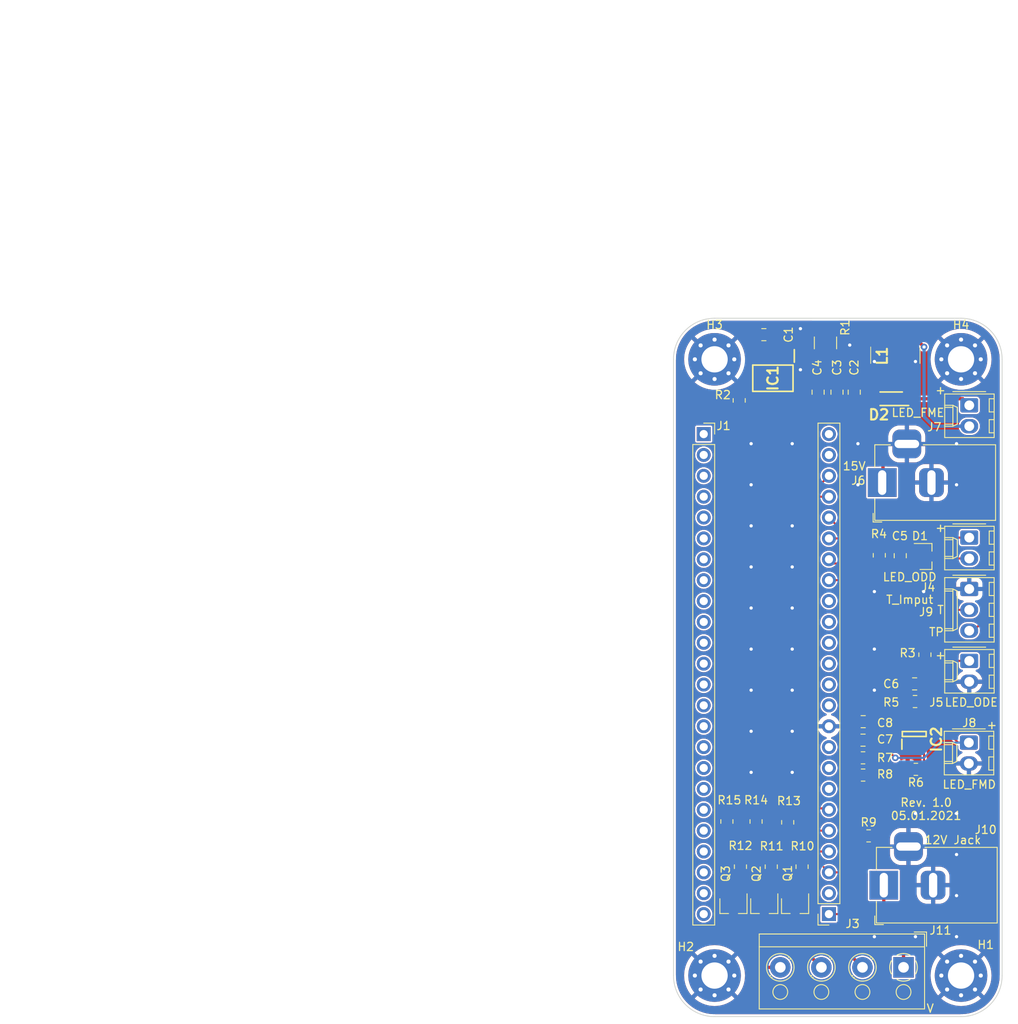
<source format=kicad_pcb>
(kicad_pcb (version 20210424) (generator pcbnew)
  (title_block (title "Phenobottle") (date "2021-05-10") (rev "1.0") (company "Brno Univesity of Technology") (comment 1 "Author: Michal Dvorak") (comment 2 "Updated by: Petr Malaník"))
  (layers (0 "F.Cu" signal) (31 "B.Cu" signal) (34 "B.Paste" user) (35 "F.Paste" user) (36 "B.SilkS" user "B.Silkscreen") (37 "F.SilkS" user "F.Silkscreen") (38 "B.Mask" user) (39 "F.Mask" user) (44 "Edge.Cuts" user))
  (net 0 "")
  (net 1 "/1a1")
  (net 2 "/1a3")
  (net 3 "Brightness")
  (net 4 "Net-(IC1-Pad5)")
  (net 5 "Net-(C1-Pad1)")
  (net 6 "GND")
  (net 7 "Net-(IC1-Pad1)")
  (net 8 "VCC")
  (net 9 "Net-(C7-Pad1)")
  (net 10 "Net-(C6-Pad1)")
  (net 11 "Net-(C7-Pad2)")
  (net 12 "/1a2")
  (net 13 "ODdetect")
  (net 40 "ODePower")
  (net 41 "ODdPower")
  (net 43 "TempPower")
  (net 53 "Temperature")
  (net 54 "Fluro")
  (net 55 "Net-(J5-Pad1)")
  (net 56 "LED_R")
  (net 57 "LED_G")
  (net 58 "LED_B")
  (net 59 "/LEDV")
  (net 60 "/LED1")
  (net 61 "/LED2")
  (net 62 "/LED3")
  (net 63 "Net-(Q1-Pad1)")
  (net 64 "Net-(Q2-Pad1)")
  (net 65 "Net-(Q3-Pad1)")
  (footprint "MountingHole:MountingHole_3.2mm_M3_Pad_Via" (layer "F.Cu") (at 155.55002 69.731515)
    (fp_text reference "H3")
    (fp_text value "MountingHole_Pad")
  )
  (footprint "Resistor_SMD:R_0805_2012Metric_Pad1.20x1.40mm_HandSolder" (layer "F.Cu") (at 157.05002 125.981515 -90)
    (fp_text reference "R15")
    (fp_text value "165R")
  )
  (footprint "Resistor_SMD:R_0805_2012Metric_Pad1.20x1.40mm_HandSolder" (layer "F.Cu") (at 173.63002 120.331515)
    (fp_text reference "R8")
    (fp_text value "47")
  )
  (footprint "Capacitor_SMD:C_0805_2012Metric_Pad1.18x1.45mm_HandSolder" (layer "F.Cu") (at 178.15002 93.631515 -90)
    (fp_text reference "C5")
    (fp_text value "100nf")
  )
  (footprint "SamacSys_Parts:SOT95P280X145-5N" (layer "F.Cu") (at 179.85002 115.331515 90)
    (fp_text reference "IC2")
    (fp_text value "OPA320AIDBVR" hide)
  )
  (footprint "Resistor_SMD:R_0805_2012Metric_Pad1.20x1.40mm_HandSolder" (layer "F.Cu") (at 174.30002 127.731515)
    (fp_text reference "R9")
    (fp_text value "4k7")
  )
  (footprint "Capacitor_SMD:C_0805_2012Metric_Pad1.18x1.45mm_HandSolder" (layer "F.Cu") (at 170.45002 73.731515 90)
    (fp_text reference "C3")
    (fp_text value "100nF")
  )
  (footprint "Capacitor_SMD:C_0805_2012Metric_Pad1.18x1.45mm_HandSolder" (layer "F.Cu") (at 168.15002 73.731515 -90)
    (fp_text reference "C4")
    (fp_text value "DNP")
  )
  (footprint "SamacSys_Parts:NR6045T150M" (layer "F.Cu") (at 177.55002 69.231515 90)
    (fp_text reference "L1")
    (fp_text value "15uH@0.19R" hide)
  )
  (footprint "Resistor_SMD:R_0805_2012Metric_Pad1.20x1.40mm_HandSolder" (layer "F.Cu") (at 160.60002 125.981515 -90)
    (fp_text reference "R14")
    (fp_text value "165R")
  )
  (footprint "Resistor_SMD:R_0805_2012Metric_Pad1.20x1.40mm_HandSolder" (layer "F.Cu") (at 173.62002 118.231515 180)
    (fp_text reference "R7")
    (fp_text value "4.7M")
  )
  (footprint "Capacitor_SMD:C_0805_2012Metric_Pad1.18x1.45mm_HandSolder" (layer "F.Cu") (at 172.55002 73.731515 90)
    (fp_text reference "C2")
    (fp_text value "4.7uF")
  )
  (footprint "Package_TO_SOT_SMD:SC-59_Handsoldering" (layer "F.Cu") (at 161.60002 136.231515 -90)
    (fp_text reference "Q2")
    (fp_text value "DMN1019USN")
  )
  (footprint "Connector_BarrelJack:BarrelJack_Horizontal" (layer "F.Cu") (at 175.95002 84.731515 180)
    (fp_text reference "J6")
    (fp_text value "15V")
  )
  (footprint "Resistor_SMD:R_1210_3225Metric_Pad1.30x2.65mm_HandSolder" (layer "F.Cu") (at 169.05002 67.731515 90)
    (fp_text reference "R1")
    (fp_text value "0.287")
  )
  (footprint "Capacitor_SMD:C_0805_2012Metric_Pad1.18x1.45mm_HandSolder" (layer "F.Cu") (at 161.55002 66.731515)
    (fp_text reference "C1")
    (fp_text value "1uF")
  )
  (footprint "Capacitor_SMD:C_0805_2012Metric_Pad1.18x1.45mm_HandSolder" (layer "F.Cu") (at 179.90002 109.231515 180)
    (fp_text reference "C6")
    (fp_text value "100n")
  )
  (footprint "Connector_Molex:Molex_KK-254_AE-6410-02A_1x02_P2.54mm_Vertical" (layer "F.Cu") (at 186.55002 91.431515 -90)
    (fp_text reference "J4")
    (fp_text value "LED_ODD")
  )
  (footprint "Resistor_SMD:R_0805_2012Metric_Pad1.20x1.40mm_HandSolder" (layer "F.Cu") (at 164.45002 126.081515 -90)
    (fp_text reference "R13")
    (fp_text value "165R")
  )
  (footprint "SamacSys_Parts:SODFL3616X98N" (layer "F.Cu") (at 177.05002 74.531515 180)
    (fp_text reference "D2")
    (fp_text value "MBR140SFT3G" hide)
  )
  (footprint "Resistor_SMD:R_0805_2012Metric_Pad1.20x1.40mm_HandSolder" (layer "F.Cu") (at 166.20002 131.481515 90)
    (fp_text reference "R10")
    (fp_text value "10K")
  )
  (footprint "Capacitor_SMD:C_0805_2012Metric_Pad1.18x1.45mm_HandSolder" (layer "F.Cu") (at 173.62002 116.081515 180)
    (fp_text reference "C7")
    (fp_text value "Cf")
  )
  (footprint "Resistor_SMD:R_0805_2012Metric_Pad1.20x1.40mm_HandSolder" (layer "F.Cu") (at 158.55002 74.731515 -90)
    (fp_text reference "R2")
    (fp_text value "24K")
  )
  (footprint "Resistor_SMD:R_0805_2012Metric_Pad1.20x1.40mm_HandSolder" (layer "F.Cu") (at 158.70002 131.481515 90)
    (fp_text reference "R12")
    (fp_text value "10k")
  )
  (footprint "Connector_PinSocket_2.54mm:PinSocket_1x24_P2.54mm_Vertical" (layer "F.Cu") (at 169.47002 137.251515 180)
    (fp_text reference "J3")
    (fp_text value "Conn_01x24_Female")
  )
  (footprint "Resistor_SMD:R_0805_2012Metric_Pad1.20x1.40mm_HandSolder" (layer "F.Cu") (at 180.05002 119.631515)
    (fp_text reference "R6")
    (fp_text value "220")
  )
  (footprint "Resistor_SMD:R_0805_2012Metric_Pad1.20x1.40mm_HandSolder" (layer "F.Cu") (at 175.60002 93.581515 90)
    (fp_text reference "R4")
    (fp_text value "R")
  )
  (footprint "Connector_Molex:Molex_KK-254_AE-6410-03A_1x03_P2.54mm_Vertical" (layer "F.Cu") (at 186.55002 97.681515 -90)
    (fp_text reference "J9")
    (fp_text value "T_Imput")
  )
  (footprint "Connector_Molex:Molex_KK-254_AE-6410-02A_1x02_P2.54mm_Vertical" (layer "F.Cu") (at 186.55002 75.331515 -90)
    (fp_text reference "J7")
    (fp_text value "LED_FME")
  )
  (footprint "Capacitor_SMD:C_0805_2012Metric_Pad1.18x1.45mm_HandSolder" (layer "F.Cu") (at 173.64002 113.831515 180)
    (fp_text reference "C8")
    (fp_text value "100n")
  )
  (footprint "SamacSys_Parts:SOIC127P600X175-8N" (layer "F.Cu") (at 162.65002 72.031515 -90)
    (fp_text reference "IC1")
    (fp_text value "NCL30160DR2G" hide)
  )
  (footprint "Package_TO_SOT_SMD:SC-59_Handsoldering" (layer "F.Cu") (at 157.85002 136.231515 -90)
    (fp_text reference "Q3")
    (fp_text value "DMN1019USN")
  )
  (footprint "MountingHole:MountingHole_3.2mm_M3_Pad_Via" (layer "F.Cu") (at 185.55002 69.731515)
    (fp_text reference "H4")
    (fp_text value "MountingHole_Pad")
  )
  (footprint "Connector_PinSocket_2.54mm:PinSocket_1x24_P2.54mm_Vertical" (layer "F.Cu") (at 154.23002 78.831515)
    (fp_text reference "J1")
    (fp_text value "Conn_01x24_Female")
  )
  (footprint "Connector_BarrelJack:BarrelJack_Horizontal" (layer "F.Cu") (at 176.15002 133.731515 180)
    (fp_text reference "J10")
    (fp_text value "12V Jack")
  )
  (footprint "Connector_Molex:Molex_KK-254_AE-6410-02A_1x02_P2.54mm_Vertical" (layer "F.Cu") (at 186.55002 106.431515 -90)
    (fp_text reference "J5")
    (fp_text value "LED_ODE")
  )
  (footprint "Resistor_SMD:R_0805_2012Metric_Pad1.20x1.40mm_HandSolder" (layer "F.Cu") (at 181.15002 105.681515 -90)
    (fp_text reference "R3")
    (fp_text value "220")
  )
  (footprint "Package_TO_SOT_SMD:SC-59_Handsoldering" (layer "F.Cu") (at 165.35002 136.231515 -90)
    (fp_text reference "Q1")
    (fp_text value "DMN1019USN")
  )
  (footprint "Resistor_SMD:R_0805_2012Metric_Pad1.20x1.40mm_HandSolder" (layer "F.Cu") (at 179.95002 111.381515 180)
    (fp_text reference "R5")
    (fp_text value "20K")
  )
  (footprint "Diode_SMD:D_SOT-23_ANK" (layer "F.Cu") (at 181.25002 93.731515)
    (fp_text reference "D1")
    (fp_text value "BZX84C3V6LT1G")
  )
  (footprint "Resistor_SMD:R_0805_2012Metric_Pad1.20x1.40mm_HandSolder" (layer "F.Cu") (at 162.45002 131.481515 90)
    (fp_text reference "R11")
    (fp_text value "10k")
  )
  (footprint "MountingHole:MountingHole_3.2mm_M3_Pad_Via" (layer "F.Cu") (at 185.55002 144.731515)
    (fp_text reference "H1")
    (fp_text value "MountingHole_Pad")
  )
  (footprint "Connector_Molex:Molex_KK-254_AE-6410-02A_1x02_P2.54mm_Vertical" (layer "F.Cu") (at 186.50002 116.381515 -90)
    (fp_text reference "J8")
    (fp_text value "LED_FMD")
  )
  (footprint "TerminalBlock_RND:TerminalBlock_RND_205-00003_1x04_P5.00mm_Horizontal" (layer "F.Cu") (at 178.55002 143.731515 180)
    (fp_text reference "J11")
    (fp_text value "RGB")
  )
  (footprint "MountingHole:MountingHole_3.2mm_M3_Pad_Via" (layer "F.Cu") (at 155.55002 144.731515)
    (fp_text reference "H2")
    (fp_text value "MountingHole_Pad")
  )
  (gr_arc (start 155.55002 69.731515) (end 150.55002 69.731515) (angle 90) (layer "Edge.Cuts") (width 0.1))
  (gr_line (start 190.55002 69.731515) (end 190.55002 144.731515) (layer "Edge.Cuts") (width 0.1))
  (gr_arc (start 185.55002 144.731515) (end 185.55002 149.731515) (angle -90) (layer "Edge.Cuts") (width 0.1))
  (gr_arc (start 155.55002 144.731515) (end 155.55002 149.731515) (angle 90) (layer "Edge.Cuts") (width 0.1))
  (gr_arc (start 185.55002 69.731515) (end 185.55002 64.731515) (angle 90) (layer "Edge.Cuts") (width 0.1))
  (gr_line (start 150.55002 144.731515) (end 150.55002 69.731515) (layer "Edge.Cuts") (width 0.1))
  (gr_line (start 185.55002 149.731515) (end 155.55002 149.731515) (layer "Edge.Cuts") (width 0.1))
  (gr_line (start 155.55002 64.731515) (end 185.55002 64.731515) (layer "Edge.Cuts") (width 0.1))
  (gr_text "+" (at 183.05002 73.481515) (layer "F.SilkS") (effects (font (size 1 1))))
  (gr_text "T" (at 183.05002 100.231515) (layer "F.SilkS") (effects (font (size 1 1))))
  (gr_text "V" (at 181.80002 148.731515) (layer "F.SilkS") (effects (font (size 1 1))))
  (gr_text "+" (at 183.05002 105.731515) (layer "F.SilkS") (effects (font (size 1 1))))
  (gr_text "TP\n\n" (at 182.55002 103.731515) (layer "F.SilkS") (effects (font (size 1 1))))
  (gr_text "+" (at 189.30002 114.231515) (layer "F.SilkS") (effects (font (size 1 1))))
  (gr_text "Rev. 1.0\n05.01.2021" (at 181.30002 124.481515) (layer "F.SilkS") (effects (font (size 1 1))))
  (gr_text "+" (at 183.05002 90.231515) (layer "F.SilkS") (effects (font (size 1 1))))
  (segment (start 168.01252 74.769015) (end 166.05002 76.731515) (width 0.4) (layer "F.Cu") (net 1))
  (segment (start 172.55002 74.769015) (end 174.63127 76.850265) (width 0.4) (layer "F.Cu") (net 1))
  (segment (start 172.55002 74.769015) (end 170.45002 74.769015) (width 0.4) (layer "F.Cu") (net 1))
  (segment (start 185.75002 74.531515) (end 186.55002 75.331515) (width 0.4) (layer "F.Cu") (net 1))
  (segment (start 164.05002 76.731515) (end 163.28502 75.966515) (width 0.4) (layer "F.Cu") (net 1))
  (segment (start 168.15002 74.769015) (end 168.01252 74.769015) (width 0.4) (layer "F.Cu") (net 1))
  (segment (start 166.05002 76.731515) (end 164.05002 76.731515) (width 0.4) (layer "F.Cu") (net 1))
  (segment (start 176.23127 76.850265) (end 174.63127 76.850265) (width 0.4) (layer "F.Cu") (net 1))
  (segment (start 176.05002 84.631515) (end 175.95002 84.731515) (width 0.4) (layer "F.Cu") (net 1))
  (segment (start 174.71252 76.931515) (end 174.63127 76.850265) (width 0.4) (layer "F.Cu") (net 1))
  (segment (start 163.28502 75.966515) (end 163.28502 74.743515) (width 0.4) (layer "F.Cu") (net 1))
  (segment (start 185.75002 74.531515) (end 178.55002 74.531515) (width 0.4) (layer "F.Cu") (net 1))
  (segment (start 174.63127 76.850265) (end 174.63127 80.312765) (width 0.4) (layer "F.Cu") (net 1))
  (segment (start 173.31252 75.531515) (end 172.55002 74.769015) (width 0.4) (layer "F.Cu") (net 1))
  (segment (start 178.55002 74.531515) (end 176.23127 76.850265) (width 0.4) (layer "F.Cu") (net 1))
  (segment (start 176.05002 81.731515) (end 176.05002 84.631515) (width 0.4) (layer "F.Cu") (net 1))
  (segment (start 170.45002 74.769015) (end 168.15002 74.769015) (width 0.4) (layer "F.Cu") (net 1))
  (segment (start 174.63127 80.312765) (end 176.05002 81.731515) (width 0.4) (layer "F.Cu") (net 1))
  (segment (start 168.15002 71.631515) (end 169.05002 70.731515) (width 0.4) (layer "F.Cu") (net 2))
  (segment (start 181.05002 68.231515) (end 179.70002 66.881515) (width 0.4) (layer "F.Cu") (net 2))
  (segment (start 173.351233 68.930302) (end 173.351233 67.428905) (width 0.4) (layer "F.Cu") (net 2))
  (segment (start 173.898623 66.881515) (end 178.05002 66.881515) (width 0.4) (layer "F.Cu") (net 2))
  (segment (start 168.15002 72.694015) (end 168.15002 71.631515) (width 0.4) (layer "F.Cu") (net 2))
  (segment (start 179.70002 66.881515) (end 177.55002 66.881515) (width 0.4) (layer "F.Cu") (net 2))
  (segment (start 173.351233 67.428905) (end 173.898623 66.881515) (width 0.4) (layer "F.Cu") (net 2))
  (segment (start 178.00002 66.931515) (end 178.05002 66.881515) (width 0.4) (layer "F.Cu") (net 2))
  (segment (start 171.55002 70.731515) (end 173.351233 68.930302) (width 0.4) (layer "F.Cu") (net 2))
  (segment (start 169.05002 70.731515) (end 171.55002 70.731515) (width 0.4) (layer "F.Cu") (net 2))
  (via (at 181.05002 68.231515) (size 0.8) (drill 0.4) (layers "F.Cu" "B.Cu") (net 2))
  (segment (start 181.05002 76.731515) (end 182.19002 77.871515) (width 0.4) (layer "B.Cu") (net 2))
  (segment (start 182.19002 77.871515) (end 186.55002 77.871515) (width 0.4) (layer "B.Cu") (net 2))
  (segment (start 181.05002 68.231515) (end 181.05002 76.731515) (width 0.4) (layer "B.Cu") (net 2))
  (segment (start 173.30002 127.731515) (end 173.30002 130.781515) (width 0.25) (layer "F.Cu") (net 3))
  (segment (start 173.30002 130.781515) (end 171.91002 132.171515) (width 0.25) (layer "F.Cu") (net 3))
  (segment (start 173.30002 125.081515) (end 173.30002 127.731515) (width 0.25) (layer "F.Cu") (net 3))
  (segment (start 162.01502 82.860091) (end 165.95002 86.795091) (width 0.25) (layer "F.Cu") (net 3))
  (segment (start 167.595009 123.376504) (end 171.595009 123.376504) (width 0.25) (layer "F.Cu") (net 3))
  (segment (start 165.95002 121.731515) (end 167.595009 123.376504) (width 0.25) (layer "F.Cu") (net 3))
  (segment (start 165.95002 86.795091) (end 165.95002 121.731515) (width 0.25) (layer "F.Cu") (net 3))
  (segment (start 171.595009 123.376504) (end 173.30002 125.081515) (width 0.25) (layer "F.Cu") (net 3))
  (segment (start 171.91002 132.171515) (end 169.47002 132.171515) (width 0.25) (layer "F.Cu") (net 3))
  (segment (start 168.83002 131.531515) (end 169.47002 132.171515) (width 0.25) (layer "F.Cu") (net 3))
  (segment (start 162.01502 74.743515) (end 162.01502 82.860091) (width 0.25) (layer "F.Cu") (net 3))
  (segment (start 159.75702 75.731515) (end 160.74502 74.743515) (width 0.25) (layer "F.Cu") (net 4))
  (segment (start 158.55002 75.731515) (end 159.75702 75.731515) (width 0.25) (layer "F.Cu") (net 4))
  (segment (start 159.96202 69.319515) (end 160.74502 69.319515) (width 0.25) (layer "F.Cu") (net 5))
  (segment (start 159.55002 69.731515) (end 159.96202 69.319515) (width 0.25) (layer "F.Cu") (net 5))
  (segment (start 158.55002 73.731515) (end 158.55002 72.231515) (width 0.25) (layer "F.Cu") (net 5))
  (segment (start 161.05002 69.014515) (end 160.74502 69.319515) (width 0.25) (layer "F.Cu") (net 5))
  (segment (start 159.55002 71.231515) (end 159.55002 69.731515) (width 0.25) (layer "F.Cu") (net 5))
  (segment (start 158.55002 72.231515) (end 159.55002 71.231515) (width 0.25) (layer "F.Cu") (net 5))
  (segment (start 160.51252 69.087015) (end 160.74502 69.319515) (width 0.25) (layer "F.Cu") (net 5))
  (segment (start 160.51252 66.731515) (end 160.51252 69.087015) (width 0.25) (layer "F.Cu") (net 5))
  (segment (start 162.01502 67.304015) (end 162.01502 69.319515) (width 0.4) (layer "F.Cu") (net 6))
  (segment (start 162.58752 66.731515) (end 162.01502 67.304015) (width 0.4) (layer "F.Cu") (net 6))
  (segment (start 175.60002 92.581515) (end 178.13752 92.581515) (width 0.4) (layer "F.Cu") (net 6))
  (segment (start 178.13752 92.581515) (end 178.15002 92.594015) (width 0.4) (layer "F.Cu") (net 6))
  (segment (start 178.15002 92.594015) (end 180.06252 92.594015) (width 0.4) (layer "F.Cu") (net 6))
  (segment (start 180.06252 92.594015) (end 180.25002 92.781515) (width 0.4) (layer "F.Cu") (net 6))
  (via (at 175 70) (size 0.8) (drill 0.4) (layers "F.Cu" "B.Cu") (net 6))
  (via (at 165 100) (size 0.8) (drill 0.4) (layers "F.Cu" "B.Cu") (net 6))
  (via (at 172 68) (size 0.8) (drill 0.4) (layers "F.Cu" "B.Cu") (net 6))
  (via (at 185 130) (size 0.8) (drill 0.4) (layers "F.Cu" "B.Cu") (net 6))
  (via (at 160 85) (size 0.8) (drill 0.4) (layers "F.Cu" "B.Cu") (net 6))
  (via (at 180 140) (size 0.8) (drill 0.4) (layers "F.Cu" "B.Cu") (net 6))
  (via (at 185 135) (size 0.8) (drill 0.4) (layers "F.Cu" "B.Cu") (net 6))
  (via (at 185 85) (size 0.8) (drill 0.4) (layers "F.Cu" "B.Cu") (net 6))
  (via (at 185 125) (size 0.8) (drill 0.4) (layers "F.Cu" "B.Cu") (net 6))
  (via (at 160 110) (size 0.8) (drill 0.4) (layers "F.Cu" "B.Cu") (net 6))
  (via (at 160 120) (size 0.8) (drill 0.4) (layers "F.Cu" "B.Cu") (net 6))
  (via (at 160 90) (size 0.8) (drill 0.4) (layers "F.Cu" "B.Cu") (net 6))
  (via (at 165 95) (size 0.8) (drill 0.4) (layers "F.Cu" "B.Cu") (net 6))
  (via (at 181 98) (size 0.8) (drill 0.4) (layers "F.Cu" "B.Cu") (net 6))
  (via (at 175 140) (size 0.8) (drill 0.4) (layers "F.Cu" "B.Cu") (net 6))
  (via (at 165 105) (size 0.8) (drill 0.4) (layers "F.Cu" "B.Cu") (net 6))
  (via (at 173 80) (size 0.8) (drill 0.4) (layers "F.Cu" "B.Cu") (net 6))
  (via (at 165 110) (size 0.8) (drill 0.4) (layers "F.Cu" "B.Cu") (net 6))
  (via (at 165 90) (size 0.8) (drill 0.4) (layers "F.Cu" "B.Cu") (net 6))
  (via (at 160 115) (size 0.8) (drill 0.4) (layers "F.Cu" "B.Cu") (net 6))
  (via (at 160 100) (size 0.8) (drill 0.4) (layers "F.Cu" "B.Cu") (net 6))
  (via (at 173 85) (size 0.8) (drill 0.4) (layers "F.Cu" "B.Cu") (net 6))
  (via (at 165 80) (size 0.8) (drill 0.4) (layers "F.Cu" "B.Cu") (net 6))
  (via (at 175 105) (size 0.8) (drill 0.4) (layers "F.Cu" "B.Cu") (net 6))
  (via (at 166 71) (size 0.8) (drill 0.4) (layers "F.Cu" "B.Cu") (net 6))
  (via (at 165 120) (size 0.8) (drill 0.4) (layers "F.Cu" "B.Cu") (net 6))
  (via (at 185 140) (size 0.8) (drill 0.4) (layers "F.Cu" "B.Cu") (net 6))
  (via (at 166 66) (size 0.8) (drill 0.4) (layers "F.Cu" "B.Cu") (net 6))
  (via (at 175 98) (size 0.8) (drill 0.4) (layers "F.Cu" "B.Cu") (net 6))
  (via (at 160 95) (size 0.8) (drill 0.4) (layers "F.Cu" "B.Cu") (net 6))
  (via (at 185 80) (size 0.8) (drill 0.4) (layers "F.Cu" "B.Cu") (net 6))
  (via (at 175 110) (size 0.8) (drill 0.4) (layers "F.Cu" "B.Cu") (net 6))
  (via (at 160 105) (size 0.8) (drill 0.4) (layers "F.Cu" "B.Cu") (net 6))
  (via (at 165 115) (size 0.8) (drill 0.4) (layers "F.Cu" "B.Cu") (net 6))
  (via (at 180 125) (size 0.8) (drill 0.4) (layers "F.Cu" "B.Cu") (net 6))
  (via (at 180 70) (size 0.8) (drill 0.4) (layers "F.Cu" "B.Cu") (net 6))
  (via (at 160 80) (size 0.8) (drill 0.4) (layers "F.Cu" "B.Cu") (net 6))
  (segment (start 163.28502 69.319515) (end 164.55502 69.319515) (width 0.25) (layer "F.Cu") (net 7))
  (segment (start 163.28502 69.319515) (end 163.28502 68.496515) (width 0.25) (layer "F.Cu") (net 7))
  (segment (start 164.05002 67.731515) (end 167.50002 67.731515) (width 0.25) (layer "F.Cu") (net 7))
  (segment (start 163.28502 68.496515) (end 164.05002 67.731515) (width 0.25) (layer "F.Cu") (net 7))
  (segment (start 167.50002 67.731515) (end 169.05002 69.281515) (width 0.25) (layer "F.Cu") (net 7))
  (segment (start 178.90002 111.431515) (end 178.95002 111.381515) (width 0.25) (layer "F.Cu") (net 8))
  (segment (start 178.90002 114.081515) (end 178.90002 111.431515) (width 0.25) (layer "F.Cu") (net 8))
  (segment (start 169.835031 102.866526) (end 168.906014 102.866526) (width 0.25) (layer "F.Cu") (net 8))
  (segment (start 175.65002 113.831515) (end 176.05002 114.231515) (width 0.25) (layer "F.Cu") (net 8))
  (segment (start 166.75 100.710512) (end 166.75 86.631535) (width 0.25) (layer "F.Cu") (net 8))
  (segment (start 178.75002 114.231515) (end 178.90002 114.081515) (width 0.25) (layer "F.Cu") (net 8))
  (segment (start 178.35002 111.381515) (end 169.835031 102.866526) (width 0.25) (layer "F.Cu") (net 8))
  (segment (start 178.65002 113.831515) (end 178.90002 114.081515) (width 0.25) (layer "F.Cu") (net 8))
  (segment (start 168.906014 102.866526) (end 166.75 100.710512) (width 0.25) (layer "F.Cu") (net 8))
  (segment (start 166.75 86.631535) (end 169.47002 83.911515) (width 0.25) (layer "F.Cu") (net 8))
  (segment (start 178.95002 111.381515) (end 178.35002 111.381515) (width 0.25) (layer "F.Cu") (net 8))
  (segment (start 176.05002 114.231515) (end 178.75002 114.231515) (width 0.25) (layer "F.Cu") (net 8))
  (segment (start 174.67752 113.831515) (end 175.65002 113.831515) (width 0.25) (layer "F.Cu") (net 8))
  (segment (start 186.50002 116.381515) (end 185.20002 116.381515) (width 0.25) (layer "F.Cu") (net 9))
  (segment (start 175.40002 116.081515) (end 177.55002 118.231515) (width 0.25) (layer "F.Cu") (net 9))
  (segment (start 185.20002 116.381515) (end 182.90002 114.081515) (width 0.25) (layer "F.Cu") (net 9))
  (segment (start 182.90002 114.081515) (end 180.80002 114.081515) (width 0.25) (layer "F.Cu") (net 9))
  (segment (start 174.65752 116.081515) (end 174.65752 118.194015) (width 0.25) (layer "F.Cu") (net 9))
  (segment (start 174.65752 116.081515) (end 175.40002 116.081515) (width 0.25) (layer "F.Cu") (net 9))
  (segment (start 174.62002 118.231515) (end 174.85002 118.231515) (width 0.25) (layer "F.Cu") (net 9))
  (segment (start 174.65752 118.194015) (end 174.62002 118.231515) (width 0.25) (layer "F.Cu") (net 9))
  (via (at 177.55002 118.231515) (size 0.8) (drill 0.4) (layers "F.Cu" "B.Cu") (net 9))
  (segment (start 177.55002 118.231515) (end 181.05002 118.231515) (width 0.25) (layer "B.Cu") (net 9))
  (segment (start 182.90002 116.381515) (end 186.50002 116.381515) (width 0.25) (layer "B.Cu") (net 9))
  (segment (start 181.05002 118.231515) (end 182.90002 116.381515) (width 0.25) (layer "B.Cu") (net 9))
  (segment (start 181.05002 119.631515) (end 181.05002 116.831515) (width 0.25) (layer "F.Cu") (net 10))
  (segment (start 179.55002 112.956515) (end 179.55002 114.831515) (width 0.25) (layer "F.Cu") (net 10))
  (segment (start 180.95002 111.381515) (end 180.95002 111.556515) (width 0.25) (layer "F.Cu") (net 10))
  (segment (start 179.55002 114.831515) (end 180.80002 116.081515) (width 0.25) (layer "F.Cu") (net 10))
  (segment (start 180.80002 116.081515) (end 180.80002 116.581515) (width 0.25) (layer "F.Cu") (net 10))
  (segment (start 180.93752 111.369015) (end 180.95002 111.381515) (width 0.25) (layer "F.Cu") (net 10))
  (segment (start 180.93752 109.231515) (end 180.93752 111.369015) (width 0.25) (layer "F.Cu") (net 10))
  (segment (start 180.95002 111.556515) (end 179.55002 112.956515) (width 0.25) (layer "F.Cu") (net 10))
  (segment (start 181.05002 116.831515) (end 180.80002 116.581515) (width 0.25) (layer "F.Cu") (net 10))
  (segment (start 177.40002 116.581515) (end 175.85 115.031495) (width 0.25) (layer "F.Cu") (net 11))
  (segment (start 172.62002 118.231515) (end 172.62002 120.321515) (width 0.25) (layer "F.Cu") (net 11))
  (segment (start 172.58252 116.081515) (end 172.58252 118.194015) (width 0.25) (layer "F.Cu") (net 11))
  (segment (start 172.58252 118.194015) (end 172.62002 118.231515) (width 0.25) (layer "F.Cu") (net 11))
  (segment (start 172.62002 120.321515) (end 172.63002 120.331515) (width 0.25) (layer "F.Cu") (net 11))
  (segment (start 172.58252 115.699015) (end 172.58252 116.081515) (width 0.25) (layer "F.Cu") (net 11))
  (segment (start 178.90002 116.581515) (end 177.40002 116.581515) (width 0.25) (layer "F.Cu") (net 11))
  (segment (start 173.25004 115.031495) (end 172.58252 115.699015) (width 0.25) (layer "F.Cu") (net 11))
  (segment (start 175.85 115.031495) (end 173.25004 115.031495) (width 0.25) (layer "F.Cu") (net 11))
  (segment (start 175.55002 74.531515) (end 175.55002 74.231515) (width 0.4) (layer "F.Cu") (net 12))
  (segment (start 174.05002 72.731515) (end 174.05002 72.381515) (width 0.4) (layer "F.Cu") (net 12))
  (segment (start 165.03802 74.743515) (end 166.05002 73.731515) (width 0.4) (layer "F.Cu") (net 12))
  (segment (start 174.85002 71.581515) (end 178.05002 71.581515) (width 0.4) (layer "F.Cu") (net 12))
  (segment (start 174.05002 73.181515) (end 174.05002 72.731515) (width 0.4) (layer "F.Cu") (net 12))
  (segment (start 173.50002 73.731515) (end 174.05002 73.181515) (width 0.4) (layer "F.Cu") (net 12))
  (segment (start 166.05002 73.731515) (end 173.50002 73.731515) (width 0.4) (layer "F.Cu") (net 12))
  (segment (start 164.55502 74.743515) (end 165.03802 74.743515) (width 0.4) (layer "F.Cu") (net 12))
  (segment (start 174.05002 72.381515) (end 174.85002 71.581515) (width 0.4) (layer "F.Cu") (net 12))
  (segment (start 177.95002 72.081515) (end 179.40002 72.081515) (width 0.4) (layer "F.Cu") (net 12))
  (segment (start 178.30002 71.831515) (end 178.05002 71.581515) (width 0.4) (layer "F.Cu") (net 12))
  (segment (start 175.55002 74.231515) (end 174.05002 72.731515) (width 0.4) (layer "F.Cu") (net 12))
  (segment (start 186.55002 93.971515) (end 182.49002 93.971515) (width 0.25) (layer "F.Cu") (net 13))
  (segment (start 178.15002 94.669015) (end 175.68752 94.669015) (width 0.25) (layer "F.Cu") (net 13))
  (segment (start 175.68752 94.669015) (end 175.60002 94.581515) (width 0.25) (layer "F.Cu") (net 13))
  (segment (start 182.49002 93.971515) (end 182.25002 93.731515) (width 0.25) (layer "F.Cu") (net 13))
  (segment (start 175.60002 94.581515) (end 169.98002 94.581515) (width 0.25) (layer "F.Cu") (net 13))
  (segment (start 169.98002 94.581515) (end 169.47002 94.071515) (width 0.25) (layer "F.Cu") (net 13))
  (segment (start 179.08752 93.731515) (end 178.15002 94.669015) (width 0.25) (layer "F.Cu") (net 13))
  (segment (start 182.25002 93.731515) (end 179.08752 93.731515) (width 0.25) (layer "F.Cu") (net 13))
  (segment (start 176.929015 104.681515) (end 170.034026 97.786526) (width 0.25) (layer "F.Cu") (net 40))
  (segment (start 170.034026 97.786526) (end 168.906014 97.786526) (width 0.25) (layer "F.Cu") (net 40))
  (segment (start 167.20002 86.881515) (end 167.63002 86.451515) (width 0.25) (layer "F.Cu") (net 40))
  (segment (start 167.63002 86.451515) (end 169.47002 86.451515) (width 0.25) (layer "F.Cu") (net 40))
  (segment (start 167.20002 96.080532) (end 167.20002 86.881515) (width 0.25) (layer "F.Cu") (net 40))
  (segment (start 181.15002 104.681515) (end 176.929015 104.681515) (width 0.25) (layer "F.Cu") (net 40))
  (segment (start 168.906014 97.786526) (end 167.20002 96.080532) (width 0.25) (layer "F.Cu") (net 40))
  (segment (start 183.80002 91.431515) (end 182.25002 89.881515) (width 0.25) (layer "F.Cu") (net 41))
  (segment (start 186.55002 91.431515) (end 183.80002 91.431515) (width 0.25) (layer "F.Cu") (net 41))
  (segment (start 170.36002 89.881515) (end 169.47002 88.991515) (width 0.25) (layer "F.Cu") (net 41))
  (segment (start 182.25002 89.881515) (end 170.36002 89.881515) (width 0.25) (layer "F.Cu") (net 41))
  (segment (start 188.40002 93.906502) (end 187.120053 92.626535) (width 0.25) (layer "F.Cu") (net 43))
  (segment (start 181.44504 92.626535) (end 180.35002 91.531515) (width 0.25) (layer "F.Cu") (net 43))
  (segment (start 187.120053 92.626535) (end 181.44504 92.626535) (width 0.25) (layer "F.Cu") (net 43))
  (segment (start 180.35002 91.531515) (end 169.47002 91.531515) (width 0.25) (layer "F.Cu") (net 43))
  (segment (start 188.40002 101.431515) (end 188.40002 93.906502) (width 0.25) (layer "F.Cu") (net 43))
  (segment (start 187.07002 102.761515) (end 188.40002 101.431515) (width 0.25) (layer "F.Cu") (net 43))
  (segment (start 186.55002 102.761515) (end 187.07002 102.761515) (width 0.25) (layer "F.Cu") (net 43))
  (segment (start 186.55002 100.221515) (end 175.44002 100.221515) (width 0.25) (layer "F.Cu") (net 53))
  (segment (start 171.83002 96.611515) (end 169.47002 96.611515) (width 0.25) (layer "F.Cu") (net 53))
  (segment (start 175.44002 100.221515) (end 171.83002 96.611515) (width 0.25) (layer "F.Cu") (net 53))
  (segment (start 169.47002 137.251515) (end 171.83002 137.251515) (width 0.25) (layer "F.Cu") (net 54))
  (segment (start 173.15002 132.646495) (end 174.35002 131.446495) (width 0.25) (layer "F.Cu") (net 54))
  (segment (start 173.15002 135.931515) (end 173.15002 132.646495) (width 0.25) (layer "F.Cu") (net 54))
  (segment (start 174.35002 131.446495) (end 174.35002 120.611515) (width 0.25) (layer "F.Cu") (net 54))
  (segment (start 174.35002 120.611515) (end 174.63002 120.331515) (width 0.25) (layer "F.Cu") (net 54))
  (segment (start 171.83002 137.251515) (end 173.15002 135.931515) (width 0.25) (layer "F.Cu") (net 54))
  (segment (start 186.55002 106.431515) (end 181.40002 106.431515) (width 0.25) (layer "F.Cu") (net 55))
  (segment (start 181.40002 106.431515) (end 181.15002 106.681515) (width 0.25) (layer "F.Cu") (net 55))
  (segment (start 157.05002 124.981515) (end 158.80002 123.231515) (width 0.25) (layer "F.Cu") (net 56))
  (segment (start 158.80002 123.231515) (end 166.00002 123.231515) (width 0.25) (layer "F.Cu") (net 56))
  (segment (start 166.00002 123.231515) (end 167.15002 124.381515) (width 0.25) (layer "F.Cu") (net 56))
  (segment (start 169.30002 124.381515) (end 169.47002 124.551515) (width 0.25) (layer "F.Cu") (net 56))
  (segment (start 167.15002 124.381515) (end 169.30002 124.381515) (width 0.25) (layer "F.Cu") (net 56))
  (segment (start 165.45002 123.781515) (end 166.60002 124.931515) (width 0.25) (layer "F.Cu") (net 57))
  (segment (start 167.26002 127.091515) (end 169.47002 127.091515) (width 0.25) (layer "F.Cu") (net 57))
  (segment (start 161.85002 124.981515) (end 163.05002 123.781515) (width 0.25) (layer "F.Cu") (net 57))
  (segment (start 163.05002 123.781515) (end 165.45002 123.781515) (width 0.25) (layer "F.Cu") (net 57))
  (segment (start 166.60002 124.931515) (end 166.60002 126.431515) (width 0.25) (layer "F.Cu") (net 57))
  (segment (start 160.60002 124.981515) (end 161.85002 124.981515) (width 0.25) (layer "F.Cu") (net 57))
  (segment (start 166.60002 126.431515) (end 167.26002 127.091515) (width 0.25) (layer "F.Cu") (net 57))
  (segment (start 164.45002 125.081515) (end 165.35002 125.081515) (width 0.25) (layer "F.Cu") (net 58))
  (segment (start 167.25002 129.631515) (end 169.47002 129.631515) (width 0.25) (layer "F.Cu") (net 58))
  (segment (start 165.95002 125.681515) (end 165.95002 128.331515) (width 0.25) (layer "F.Cu") (net 58))
  (segment (start 165.35002 125.081515) (end 165.95002 125.681515) (width 0.25) (layer "F.Cu") (net 58))
  (segment (start 165.95002 128.331515) (end 167.25002 129.631515) (width 0.25) (layer "F.Cu") (net 58))
  (segment (start 176.15002 137.181515) (end 176.15002 133.731515) (width 0.4) (layer "F.Cu") (net 59))
  (segment (start 178.55002 139.581515) (end 176.15002 137.181515) (width 0.4) (layer "F.Cu") (net 59))
  (segment (start 178.55002 143.731515) (end 178.55002 139.581515) (width 0.4) (layer "F.Cu") (net 59))
  (segment (start 165.35002 137.881515) (end 165.35002 139.531515) (width 0.4) (layer "F.Cu") (net 60))
  (segment (start 165.65002 139.831515) (end 169.65002 139.831515) (width 0.4) (layer "F.Cu") (net 60))
  (segment (start 165.35002 139.531515) (end 165.65002 139.831515) (width 0.4) (layer "F.Cu") (net 60))
  (segment (start 169.65002 139.831515) (end 173.55002 143.731515) (width 0.4) (layer "F.Cu") (net 60))
  (segment (start 162.55002 140.981515) (end 165.80002 140.981515) (width 0.4) (layer "F.Cu") (net 61))
  (segment (start 165.80002 140.981515) (end 168.55002 143.731515) (width 0.4) (layer "F.Cu") (net 61))
  (segment (start 161.60002 137.881515) (end 161.60002 140.031515) (width 0.4) (layer "F.Cu") (net 61))
  (segment (start 161.60002 140.031515) (end 162.55002 140.981515) (width 0.4) (layer "F.Cu") (net 61))
  (segment (start 162.00002 143.731515) (end 163.55002 143.731515) (width 0.4) (layer "F.Cu") (net 62))
  (segment (start 157.85002 139.581515) (end 162.00002 143.731515) (width 0.4) (layer "F.Cu") (net 62))
  (segment (start 157.85002 137.881515) (end 157.85002 139.581515) (width 0.4) (layer "F.Cu") (net 62))
  (segment (start 166.20002 132.481515) (end 165.55002 132.481515) (width 0.25) (layer "F.Cu") (net 63))
  (segment (start 166.20002 132.481515) (end 166.20002 134.481515) (width 0.25) (layer "F.Cu") (net 63))
  (segment (start 164.45002 131.381515) (end 164.45002 127.081515) (width 0.25) (layer "F.Cu") (net 63))
  (segment (start 165.55002 132.481515) (end 164.45002 131.381515) (width 0.25) (layer "F.Cu") (net 63))
  (segment (start 166.20002 134.481515) (end 166.30002 134.581515) (width 0.25) (layer "F.Cu") (net 63))
  (segment (start 162.45002 132.481515) (end 161.65002 132.481515) (width 0.25) (layer "F.Cu") (net 64))
  (segment (start 162.45002 134.481515) (end 162.55002 134.581515) (width 0.25) (layer "F.Cu") (net 64))
  (segment (start 160.60002 131.431515) (end 160.60002 126.981515) (width 0.25) (layer "F.Cu") (net 64))
  (segment (start 162.45002 132.481515) (end 162.45002 134.481515) (width 0.25) (layer "F.Cu") (net 64))
  (segment (start 161.65002 132.481515) (end 160.60002 131.431515) (width 0.25) (layer "F.Cu") (net 64))
  (segment (start 158.70002 132.481515) (end 157.90002 132.481515) (width 0.25) (layer "F.Cu") (net 65))
  (segment (start 157.90002 132.481515) (end 156.90002 131.481515) (width 0.25) (layer "F.Cu") (net 65))
  (segment (start 156.90002 131.481515) (end 156.90002 127.131515) (width 0.25) (layer "F.Cu") (net 65))
  (segment (start 158.70002 134.481515) (end 158.80002 134.581515) (width 0.25) (layer "F.Cu") (net 65))
  (segment (start 158.70002 132.481515) (end 158.70002 134.481515) (width 0.25) (layer "F.Cu") (net 65))
  (segment (start 156.90002 127.131515) (end 157.05002 126.981515) (width 0.25) (layer "F.Cu") (net 65))
  (zone (net 6) (net_name "GND") (layers F&B.Cu) (connect_pads (clearance 0.2)) (min_thickness 0.254) (fill yes (thermal_gap 0.508) (thermal_bridge_width 0.508))
    (polygon (pts (xy 192.05002 150.231515) (xy 147.55002 150.231515) (xy 148.55002 63.731515) (xy 192.05002 63.731515)))
  )
)
</source>
